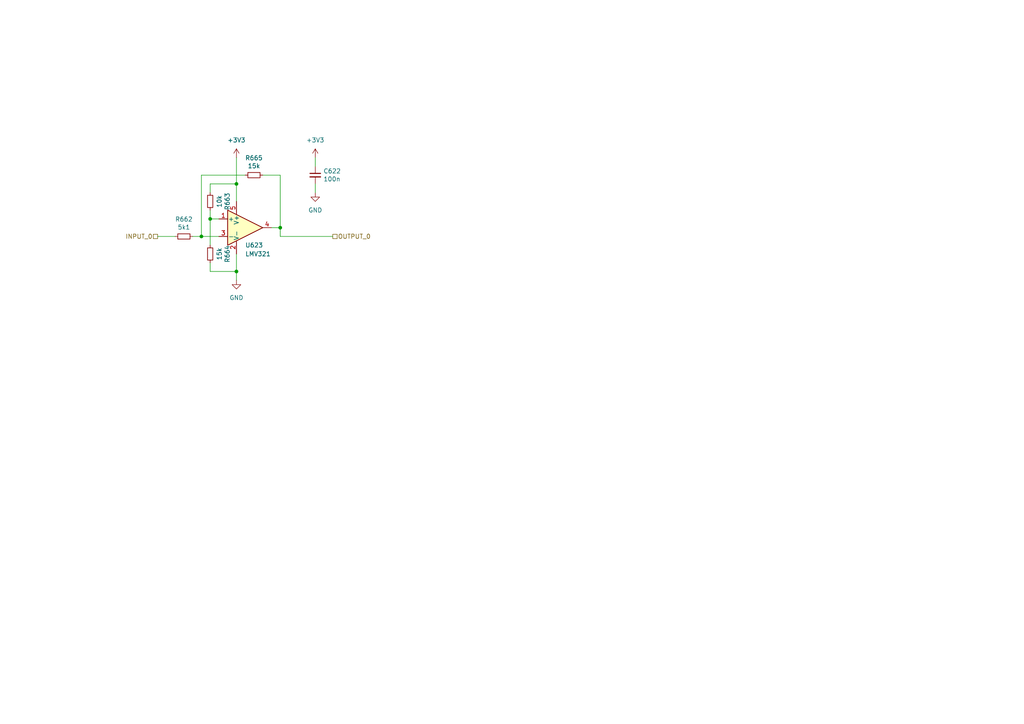
<source format=kicad_sch>
(kicad_sch (version 20250114) (generator "eeschema") (generator_version "9.0")
  (paper "A4")
  (lib_symbols
    (symbol "Amplifier_Operational:LM321" (pin_names (offset 0.127))
      (property "Reference" "U" (at 0 7.62 0))
      (property "Value" "LM321" (at 0 5.08 0))
      (symbol "LM321_0_1"
        (polyline (pts (xy -5.08 5.08) (xy 5.08 0) (xy -5.08 -5.08) (xy -5.08 5.08)) (stroke (width 0.254)) (fill (type background)))
      )
      (symbol "LM321_1_1"
        (pin input line (at -7.62 2.54 0) (length 2.54) (name "+") (number "1"))
        (pin input line (at -7.62 -2.54 0) (length 2.54) (name "-") (number "3"))
        (pin power_in line (at -2.54 7.62 270) (length 3.81) (name "V+") (number "5"))
        (pin power_in line (at -2.54 -7.62 90) (length 3.81) (name "V-") (number "2"))
        (pin output line (at 7.62 0 180) (length 2.54) (name "~") (number "4"))
      )
    )
    (symbol "power:+3V3" (power) (pin_names (offset 0))
      (property "Value" "+3V3" (at 0 3.556 0))
      (symbol "+3V3_0_1"
        (polyline (pts (xy -0.762 1.27) (xy 0 2.54)))
        (polyline (pts (xy 0 2.54) (xy 0.762 1.27)))
        (polyline (pts (xy 0 0) (xy 0 2.54)))
      )
      (symbol "+3V3_1_1"
        (pin power_in line (at 0 0 90) (length 0) (hide yes) (name "+3V3") (number "1"))
      )
    )
    (symbol "power:GND" (power) (pin_names (offset 0))
      (property "Value" "GND" (at 0 -3.81 0))
      (symbol "GND_0_1"
        (polyline (pts (xy 0 0) (xy 0 -1.27) (xy 1.27 -1.27) (xy 0 -2.54) (xy -1.27 -1.27) (xy 0 -1.27)))
      )
      (symbol "GND_1_1"
        (pin power_in line (at 0 0 270) (length 0) (hide yes) (name "GND") (number "1"))
      )
    )
    (symbol "suku_basics:CAP" (pin_numbers (hide yes)) (pin_names (offset 0.254) (hide yes))
      (property "Reference" "C" (at 0.254 1.778 0))
      (symbol "CAP_0_1"
        (polyline (pts (xy -1.524 0.508) (xy 1.524 0.508)) (stroke (width 0.3048)))
        (polyline (pts (xy -1.524 -0.508) (xy 1.524 -0.508)) (stroke (width 0.3302)))
      )
      (symbol "CAP_1_1"
        (pin passive line (at 0 2.54 270) (length 2.032) (name "~") (number "1"))
        (pin passive line (at 0 -2.54 90) (length 2.032) (name "~") (number "2"))
      )
    )
    (symbol "suku_basics:RES" (pin_numbers (hide yes)) (pin_names (offset 0.254) (hide yes))
      (property "Reference" "R" (at 0.762 0.508 0))
      (symbol "RES_1_1"
        (rectangle (start -0.762 1.778) (end 0.762 -1.778) (stroke (width 0.2032)))
        (pin passive line (at 0 2.54 270) (length 0.762) (name "~") (number "1"))
        (pin passive line (at 0 -2.54 90) (length 0.762) (name "~") (number "2"))
      )
    )
  )
  (junction (at 68.58 78.74))
  (junction (at 81.28 66.04))
  (junction (at 58.42 68.58))
  (junction (at 60.96 63.5))
  (junction (at 68.58 53.34))
  (wire (pts (xy 55.88 68.58) (xy 58.42 68.58)))
  (wire (pts (xy 91.44 53.34) (xy 91.44 55.88)))
  (wire (pts (xy 60.96 53.34) (xy 68.58 53.34)))
  (wire (pts (xy 81.28 66.04) (xy 78.74 66.04)))
  (wire (pts (xy 81.28 66.04) (xy 81.28 68.58)))
  (wire (pts (xy 60.96 55.88) (xy 60.96 53.34)))
  (wire (pts (xy 91.44 45.72) (xy 91.44 48.26)))
  (wire (pts (xy 68.58 81.28) (xy 68.58 78.74)))
  (wire (pts (xy 58.42 68.58) (xy 63.5 68.58)))
  (wire (pts (xy 63.5 63.5) (xy 60.96 63.5)))
  (wire (pts (xy 60.96 63.5) (xy 60.96 60.96)))
  (wire (pts (xy 60.96 63.5) (xy 60.96 71.12)))
  (wire (pts (xy 68.58 53.34) (xy 68.58 58.42)))
  (wire (pts (xy 76.2 50.8) (xy 81.28 50.8)))
  (wire (pts (xy 45.72 68.58) (xy 50.8 68.58)))
  (wire (pts (xy 81.28 50.8) (xy 81.28 66.04)))
  (wire (pts (xy 68.58 45.72) (xy 68.58 53.34)))
  (wire (pts (xy 60.96 76.2) (xy 60.96 78.74)))
  (wire (pts (xy 71.12 50.8) (xy 58.42 50.8)))
  (wire (pts (xy 60.96 78.74) (xy 68.58 78.74)))
  (wire (pts (xy 58.42 50.8) (xy 58.42 68.58)))
  (wire (pts (xy 81.28 68.58) (xy 96.52 68.58)))
  (wire (pts (xy 68.58 78.74) (xy 68.58 73.66)))
  (hierarchical_label "OUTPUT_0" (shape passive) (at 96.52 68.58 0))
  (hierarchical_label "INPUT_0" (shape passive) (at 45.72 68.58 180))
  (symbol (lib_id "power:GND") (at 91.44 55.88 0) (mirror y) (unit 1)
    (property "Reference" "#PWR01080" (effects (hide yes)))
    (property "Value" "GND" (at 91.44 60.96 0))
    (property "Description" "Power symbol creates a global label with name \"GND\" , ground" (effects (hide yes)))
  )
  (symbol (lib_id "suku_basics:RES") (at 73.66 50.8 270) (unit 1)
    (property "Reference" "R665" (at 73.66 45.8216 90))
    (property "Value" "15k" (at 73.66 48.133 90))
    (property "Footprint" "suku_basics:RES_0402" (effects (hide yes)))
  )
  (symbol (lib_id "suku_basics:RES") (at 53.34 68.58 270) (unit 1)
    (property "Reference" "R662" (at 53.34 63.6016 90))
    (property "Value" "5k1" (at 53.34 65.913 90))
    (property "Footprint" "suku_basics:RES_0402" (effects (hide yes)))
  )
  (symbol (lib_id "power:+3V3") (at 68.58 45.72 0) (unit 1)
    (property "Reference" "#PWR01071" (effects (hide yes)))
    (property "Value" "+3V3" (at 68.58 40.64 0))
  )
  (symbol (lib_id "power:+3V3") (at 91.44 45.72 0) (unit 1)
    (property "Reference" "#PWR01079" (effects (hide yes)))
    (property "Value" "+3V3" (at 91.44 40.64 0))
  )
  (symbol (lib_id "suku_basics:RES") (at 60.96 58.42 180) (unit 1)
    (property "Reference" "R663" (at 65.9384 58.42 90))
    (property "Value" "10k" (at 63.627 58.42 90))
    (property "Footprint" "suku_basics:RES_0402" (effects (hide yes)))
  )
  (symbol (lib_id "suku_basics:CAP") (at 91.44 50.8 0) (unit 1)
    (property "Reference" "C622" (at 93.7768 49.6316 0) (effects (justify left)))
    (property "Value" "100n" (at 93.7768 51.943 0) (effects (justify left)))
    (property "Footprint" "suku_basics:CAP_0402" (effects (hide yes)))
  )
  (symbol (lib_id "suku_basics:RES") (at 60.96 73.66 180) (unit 1)
    (property "Reference" "R664" (at 65.9384 73.66 90))
    (property "Value" "15k" (at 63.627 73.66 90))
    (property "Footprint" "suku_basics:RES_0402" (effects (hide yes)))
  )
  (symbol (lib_id "Amplifier_Operational:LM321") (at 71.12 66.04 0) (unit 1)
    (property "Reference" "U623" (at 71.12 71.12 0) (effects (justify left)))
    (property "Value" "LMV321" (at 71.12 73.66 0) (effects (justify left)))
    (property "Footprint" "suku_basics:SOT-23-5" (effects (hide yes)))
    (property "Datasheet" "http://www.ti.com/lit/ds/symlink/lm321.pdf" (effects (hide yes)))
    (property "Part" "C90297" (effects (hide yes)))
  )
  (symbol (lib_id "power:GND") (at 68.58 81.28 0) (mirror y) (unit 1)
    (property "Reference" "#PWR01074" (effects (hide yes)))
    (property "Value" "GND" (at 68.58 86.36 0))
    (property "Description" "Power symbol creates a global label with name \"GND\" , ground" (effects (hide yes)))
  )
)
</source>
